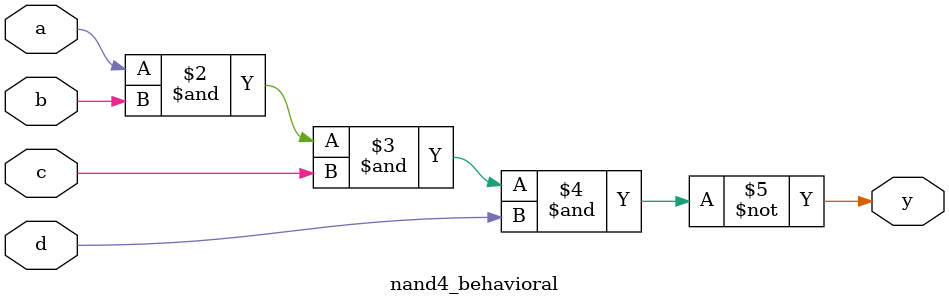
<source format=v>


module nand4_gate(
    input       a, b, c, d,  // 4-Input
    output      y);          // Output

    // GATE PRIMITIVE
    nand (y, a, b, c, d);

endmodule

module nand4_dataflow(
    input       a, b, c, d,  // 4-Input
    output      y);          // Output


    // CONTINUOUS ASSIGNMENT STATEMENT
    assign y = ~(a & b & c & d);

endmodule

module nand4_behavioral(
    input       a, b, c, d,  // 4-Input
    output reg  y);          // Output

    // ALWAYS BLOCK with NON-BLOCKING PROCEDURAL ASSIGNMENT STATEMENT
    always @(a or b or c or d) begin
        y <= ~(a & b & c & d);
    end

endmodule
</source>
